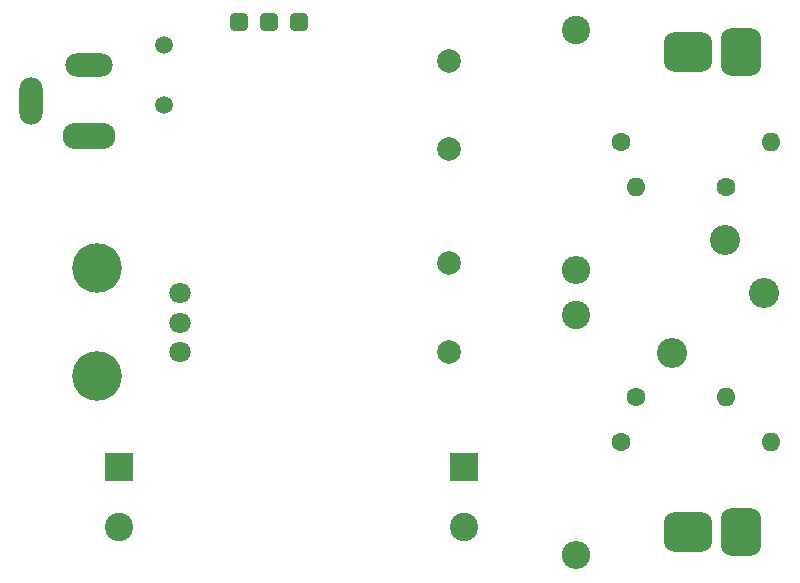
<source format=gbs>
G04 #@! TF.GenerationSoftware,KiCad,Pcbnew,(6.0.9)*
G04 #@! TF.CreationDate,2023-03-06T12:56:01+09:00*
G04 #@! TF.ProjectId,MainBoard,4d61696e-426f-4617-9264-2e6b69636164,rev?*
G04 #@! TF.SameCoordinates,Original*
G04 #@! TF.FileFunction,Soldermask,Bot*
G04 #@! TF.FilePolarity,Negative*
%FSLAX46Y46*%
G04 Gerber Fmt 4.6, Leading zero omitted, Abs format (unit mm)*
G04 Created by KiCad (PCBNEW (6.0.9)) date 2023-03-06 12:56:01*
%MOMM*%
%LPD*%
G01*
G04 APERTURE LIST*
G04 Aperture macros list*
%AMRoundRect*
0 Rectangle with rounded corners*
0 $1 Rounding radius*
0 $2 $3 $4 $5 $6 $7 $8 $9 X,Y pos of 4 corners*
0 Add a 4 corners polygon primitive as box body*
4,1,4,$2,$3,$4,$5,$6,$7,$8,$9,$2,$3,0*
0 Add four circle primitives for the rounded corners*
1,1,$1+$1,$2,$3*
1,1,$1+$1,$4,$5*
1,1,$1+$1,$6,$7*
1,1,$1+$1,$8,$9*
0 Add four rect primitives between the rounded corners*
20,1,$1+$1,$2,$3,$4,$5,0*
20,1,$1+$1,$4,$5,$6,$7,0*
20,1,$1+$1,$6,$7,$8,$9,0*
20,1,$1+$1,$8,$9,$2,$3,0*%
G04 Aperture macros list end*
%ADD10RoundRect,0.840625X0.840625X1.176875X-0.840625X1.176875X-0.840625X-1.176875X0.840625X-1.176875X0*%
%ADD11RoundRect,0.840625X1.176875X0.840625X-1.176875X0.840625X-1.176875X-0.840625X1.176875X-0.840625X0*%
%ADD12C,4.200000*%
%ADD13C,1.800000*%
%ADD14R,2.400000X2.400000*%
%ADD15C,2.400000*%
%ADD16C,1.600000*%
%ADD17O,1.600000X1.600000*%
%ADD18C,1.515000*%
%ADD19O,2.400000X2.400000*%
%ADD20RoundRect,0.381000X-0.381000X-0.381000X0.381000X-0.381000X0.381000X0.381000X-0.381000X0.381000X0*%
%ADD21C,2.000000*%
%ADD22C,2.550000*%
%ADD23O,2.000000X4.000000*%
%ADD24O,4.500000X2.250000*%
%ADD25O,4.000000X2.000000*%
G04 APERTURE END LIST*
D10*
X156845000Y-97155000D03*
D11*
X152345000Y-97155000D03*
D10*
X156845000Y-137795000D03*
D11*
X152345000Y-137795000D03*
D12*
X102305000Y-115443000D03*
X102305000Y-124587000D03*
D13*
X109305000Y-122555000D03*
X109305000Y-120055000D03*
X109305000Y-117555000D03*
D14*
X104140000Y-132296041D03*
D15*
X104140000Y-137296041D03*
D16*
X147955000Y-126365000D03*
D17*
X155575000Y-126365000D03*
D14*
X133350000Y-132296041D03*
D15*
X133350000Y-137296041D03*
D18*
X107950000Y-101610000D03*
X107950000Y-96510000D03*
D15*
X142875000Y-95250000D03*
D19*
X142875000Y-115570000D03*
D20*
X114300000Y-94615000D03*
X116840000Y-94615000D03*
X119380000Y-94615000D03*
D21*
X132080000Y-97850000D03*
X132080000Y-105350000D03*
D16*
X155575000Y-108585000D03*
D17*
X147955000Y-108585000D03*
D22*
X158775000Y-117557500D03*
X155475000Y-113007500D03*
X150975000Y-122607500D03*
D16*
X146685000Y-130175000D03*
D17*
X159385000Y-130175000D03*
D23*
X96700000Y-101290000D03*
D24*
X101600000Y-104240000D03*
D25*
X101600000Y-98240000D03*
D15*
X142875000Y-119380000D03*
D19*
X142875000Y-139700000D03*
D16*
X146685000Y-104775000D03*
D17*
X159385000Y-104775000D03*
D21*
X132080000Y-122495000D03*
X132080000Y-114995000D03*
M02*

</source>
